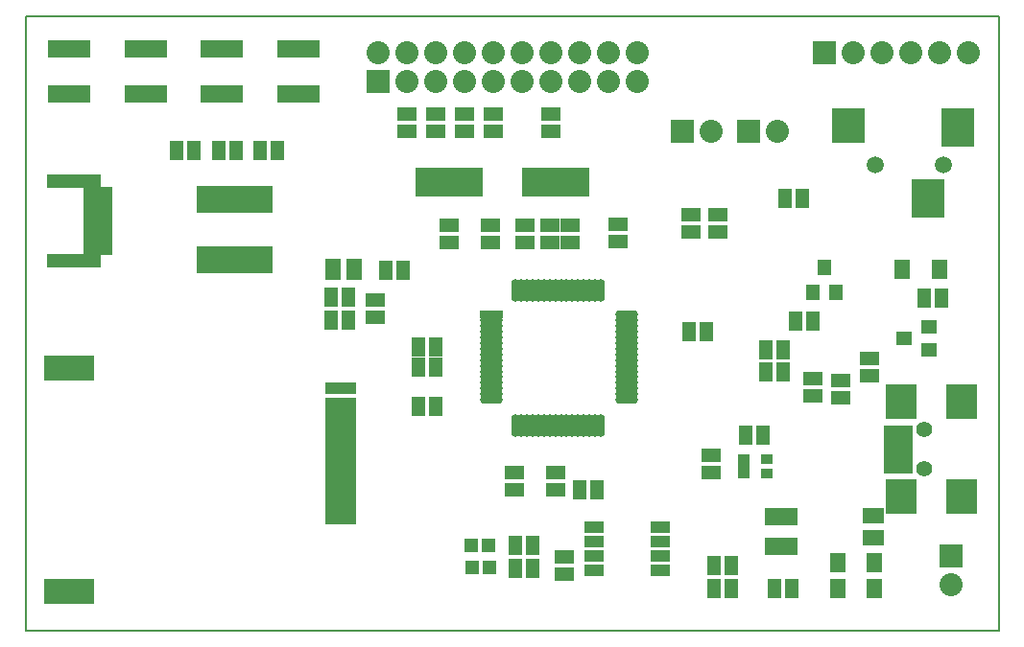
<source format=gts>
G04 (created by PCBNEW-RS274X (2011-06-08)-testing) date Di 21 Jun 2011 15:46:39 CEST*
G01*
G70*
G90*
%MOIN*%
G04 Gerber Fmt 3.4, Leading zero omitted, Abs format*
%FSLAX34Y34*%
G04 APERTURE LIST*
%ADD10C,0.006000*%
%ADD11C,0.008000*%
%ADD12R,0.098700X0.043600*%
%ADD13R,0.185400X0.047600*%
%ADD14R,0.114500X0.136100*%
%ADD15R,0.114500X0.124300*%
%ADD16C,0.059400*%
%ADD17R,0.051400X0.051400*%
%ADD18R,0.080000X0.080000*%
%ADD19C,0.080000*%
%ADD20R,0.236500X0.098700*%
%ADD21R,0.065000X0.045000*%
%ADD22R,0.045000X0.065000*%
%ADD23R,0.055000X0.075000*%
%ADD24R,0.075000X0.055000*%
%ADD25R,0.055800X0.068000*%
%ADD26R,0.067200X0.043600*%
%ADD27R,0.080000X0.029800*%
%ADD28O,0.080000X0.029800*%
%ADD29O,0.029800X0.080000*%
%ADD30R,0.051500X0.055400*%
%ADD31R,0.055400X0.051500*%
%ADD32R,0.146000X0.059400*%
%ADD33C,0.055400*%
%ADD34R,0.098700X0.039700*%
%ADD35R,0.106600X0.118400*%
%ADD36R,0.110600X0.059400*%
%ADD37R,0.110600X0.039700*%
%ADD38R,0.177500X0.086900*%
%ADD39R,0.036000X0.094800*%
%ADD40R,0.040000X0.032000*%
%ADD41R,0.043600X0.063300*%
G04 APERTURE END LIST*
G54D10*
G54D11*
X14450Y-56300D02*
X14450Y-34950D01*
X48250Y-56300D02*
X14450Y-56300D01*
X48250Y-34950D02*
X48250Y-56300D01*
X15250Y-34950D02*
X48250Y-34950D01*
X14450Y-34950D02*
X15250Y-34950D01*
G54D12*
X16947Y-41066D03*
X16947Y-41459D03*
X16947Y-41853D03*
X16947Y-42247D03*
X16947Y-42641D03*
X16947Y-43034D03*
G54D13*
X16120Y-40672D03*
X16120Y-43428D03*
G54D14*
X46843Y-38811D03*
X45780Y-41281D03*
G54D15*
X43024Y-38752D03*
G54D16*
X46331Y-40100D03*
X43969Y-40100D03*
G54D17*
X30521Y-53337D03*
X29931Y-53337D03*
X30548Y-54115D03*
X29958Y-54115D03*
G54D18*
X26700Y-37200D03*
G54D19*
X26700Y-36200D03*
X27700Y-37200D03*
X27700Y-36200D03*
X28700Y-37200D03*
X28700Y-36200D03*
X29700Y-37200D03*
X29700Y-36200D03*
X30700Y-37200D03*
X30700Y-36200D03*
X31700Y-37200D03*
X31700Y-36200D03*
X32700Y-37200D03*
X32700Y-36200D03*
X33700Y-37200D03*
X33700Y-36200D03*
X34700Y-37200D03*
X34700Y-36200D03*
X35700Y-37200D03*
X35700Y-36200D03*
G54D18*
X37250Y-38950D03*
G54D19*
X38250Y-38950D03*
G54D18*
X39550Y-38950D03*
G54D19*
X40550Y-38950D03*
G54D18*
X46600Y-53700D03*
G54D19*
X46600Y-54700D03*
G54D20*
X32850Y-40700D03*
X29150Y-40700D03*
G54D21*
X33178Y-53736D03*
X33178Y-54336D03*
G54D22*
X33687Y-51400D03*
X34287Y-51400D03*
X41795Y-45537D03*
X41195Y-45537D03*
X32050Y-53350D03*
X31450Y-53350D03*
X32050Y-54150D03*
X31450Y-54150D03*
X40842Y-41267D03*
X41442Y-41267D03*
X25050Y-44700D03*
X25650Y-44700D03*
X40150Y-46550D03*
X40750Y-46550D03*
X40150Y-47300D03*
X40750Y-47300D03*
G54D21*
X32700Y-38350D03*
X32700Y-38950D03*
X30700Y-38350D03*
X30700Y-38950D03*
X29700Y-38350D03*
X29700Y-38950D03*
X28700Y-38350D03*
X28700Y-38950D03*
X27700Y-38350D03*
X27700Y-38950D03*
X42750Y-48200D03*
X42750Y-47600D03*
X43750Y-47450D03*
X43750Y-46850D03*
G54D22*
X46250Y-44750D03*
X45650Y-44750D03*
X27551Y-43763D03*
X26951Y-43763D03*
X38350Y-54050D03*
X38950Y-54050D03*
X38348Y-54857D03*
X38948Y-54857D03*
G54D21*
X35015Y-42785D03*
X35015Y-42185D03*
X32850Y-50800D03*
X32850Y-51400D03*
X29150Y-42200D03*
X29150Y-42800D03*
X31800Y-42800D03*
X31800Y-42200D03*
G54D22*
X28700Y-48500D03*
X28100Y-48500D03*
G54D21*
X30600Y-42800D03*
X30600Y-42200D03*
G54D22*
X41050Y-54850D03*
X40450Y-54850D03*
G54D21*
X38500Y-42450D03*
X38500Y-41850D03*
G54D22*
X28700Y-47150D03*
X28100Y-47150D03*
G54D21*
X37550Y-42450D03*
X37550Y-41850D03*
G54D22*
X25650Y-45500D03*
X25050Y-45500D03*
G54D21*
X33350Y-42800D03*
X33350Y-42200D03*
G54D22*
X37500Y-45900D03*
X38100Y-45900D03*
G54D21*
X26600Y-45400D03*
X26600Y-44800D03*
X41800Y-48150D03*
X41800Y-47550D03*
X31420Y-50809D03*
X31420Y-51409D03*
X32647Y-42804D03*
X32647Y-42204D03*
G54D22*
X28700Y-46450D03*
X28100Y-46450D03*
G54D23*
X25870Y-43753D03*
X25120Y-43753D03*
G54D24*
X43900Y-52325D03*
X43900Y-53075D03*
G54D25*
X42655Y-54850D03*
X43945Y-54850D03*
X42655Y-53950D03*
X43945Y-53950D03*
X44905Y-43750D03*
X46195Y-43750D03*
G54D26*
X36483Y-54212D03*
X36483Y-53712D03*
X36483Y-53212D03*
X36483Y-52712D03*
X34199Y-52712D03*
X34199Y-53212D03*
X34199Y-53712D03*
X34199Y-54212D03*
G54D27*
X30639Y-45324D03*
G54D28*
X30639Y-45521D03*
X30639Y-45718D03*
X30639Y-45915D03*
X30639Y-46112D03*
X30639Y-46308D03*
X30639Y-46505D03*
X30639Y-46702D03*
X30639Y-46899D03*
X30639Y-47096D03*
X30639Y-47293D03*
X30639Y-47489D03*
X30639Y-47686D03*
X30639Y-47883D03*
X30639Y-48080D03*
X30639Y-48277D03*
G54D29*
X31474Y-49175D03*
X31671Y-49175D03*
X31868Y-49175D03*
X32065Y-49175D03*
X32262Y-49175D03*
X32458Y-49175D03*
X32655Y-49175D03*
X32852Y-49175D03*
X33049Y-49175D03*
X33246Y-49175D03*
X33443Y-49175D03*
X33639Y-49175D03*
X33836Y-49175D03*
X34033Y-49175D03*
X34230Y-49175D03*
X34427Y-49175D03*
G54D28*
X35325Y-48277D03*
X35325Y-48080D03*
X35325Y-47883D03*
X35325Y-47686D03*
X35325Y-47489D03*
X35325Y-47293D03*
X35325Y-47096D03*
X35325Y-46899D03*
X35325Y-46702D03*
X35325Y-46505D03*
X35325Y-46308D03*
X35325Y-46112D03*
X35325Y-45915D03*
X35325Y-45718D03*
X35325Y-45521D03*
X35325Y-45324D03*
G54D29*
X34427Y-44489D03*
X34230Y-44489D03*
X33836Y-44489D03*
X34033Y-44482D03*
X33639Y-44489D03*
X33443Y-44489D03*
X33246Y-44489D03*
X33049Y-44489D03*
X32852Y-44489D03*
X32655Y-44489D03*
X32461Y-44489D03*
X32264Y-44489D03*
X32067Y-44489D03*
X31870Y-44489D03*
X31674Y-44489D03*
X31477Y-44489D03*
G54D18*
X42200Y-36200D03*
G54D19*
X43200Y-36200D03*
X44200Y-36200D03*
X45200Y-36200D03*
X46200Y-36200D03*
X47200Y-36200D03*
G54D30*
X41806Y-44533D03*
X42594Y-44533D03*
X42200Y-43667D03*
G54D31*
X45833Y-46544D03*
X45833Y-45756D03*
X44967Y-46150D03*
G54D32*
X18639Y-36063D03*
X18639Y-37637D03*
X15961Y-37637D03*
X15961Y-36063D03*
X23939Y-36063D03*
X23939Y-37637D03*
X21261Y-37637D03*
X21261Y-36063D03*
G54D33*
X45650Y-50689D03*
X45650Y-49311D03*
G54D34*
X44764Y-50315D03*
X44764Y-50000D03*
X44764Y-49685D03*
X44764Y-49370D03*
X44764Y-50630D03*
G54D35*
X44863Y-51654D03*
X44863Y-48346D03*
X46949Y-51654D03*
X46949Y-48346D03*
G54D36*
X25403Y-52294D03*
X25403Y-51794D03*
X25403Y-50794D03*
X25403Y-51294D03*
X25403Y-50294D03*
X25403Y-49794D03*
X25403Y-49294D03*
X25403Y-48794D03*
G54D37*
X25403Y-48400D03*
X25403Y-47889D03*
G54D38*
X15954Y-47172D03*
X15954Y-54928D03*
G54D39*
X22850Y-41300D03*
X22600Y-41300D03*
X22340Y-41300D03*
X22080Y-41300D03*
X21830Y-41300D03*
X21570Y-41300D03*
X21310Y-41300D03*
X21060Y-41300D03*
X20800Y-41300D03*
X20550Y-41300D03*
X20550Y-43400D03*
X20800Y-43400D03*
X21060Y-43400D03*
X21310Y-43400D03*
X21570Y-43400D03*
X21830Y-43400D03*
X22080Y-43400D03*
X22340Y-43400D03*
X22600Y-43400D03*
X22850Y-43400D03*
G54D22*
X40050Y-49500D03*
X39450Y-49500D03*
X23200Y-39600D03*
X22600Y-39600D03*
X21150Y-39600D03*
X21750Y-39600D03*
X19700Y-39600D03*
X20300Y-39600D03*
G54D21*
X38250Y-50200D03*
X38250Y-50800D03*
G54D40*
X39400Y-50350D03*
X39400Y-50850D03*
X40200Y-50350D03*
X39400Y-50600D03*
X40200Y-50850D03*
G54D41*
X40326Y-53362D03*
X40700Y-53362D03*
X41074Y-53362D03*
X40326Y-52338D03*
X40700Y-52338D03*
X41074Y-52338D03*
M02*

</source>
